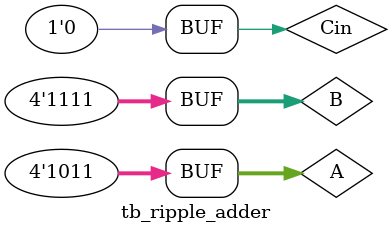
<source format=v>
`timescale 1ns/1ns
module tb_ripple_adder();
  reg [3:0] A; 
  reg [3:0] B;
  reg Cin;
  wire [3:0] Sum;
  wire Cout;
 
  ripple_adder ripple_adder1(.A(A),.B(B),.Cin(Cin),.Sum(Sum),.Cout(Cout));
 
  initial 
    begin
      A <= 4'b1011;
      B <= 4'b1111;
      Cin <= 1'b0;
    end
  
  initial 
    begin 
      $monitor("A=%b B=%b Cin=%b Sum=%b Cout=%b",A,B,Cin,Sum,Cout);
    end
  
  initial
    begin
       $dumpfile("dump.vcd"); 
       $dumpvars(1);
    end
  
 endmodule 

</source>
